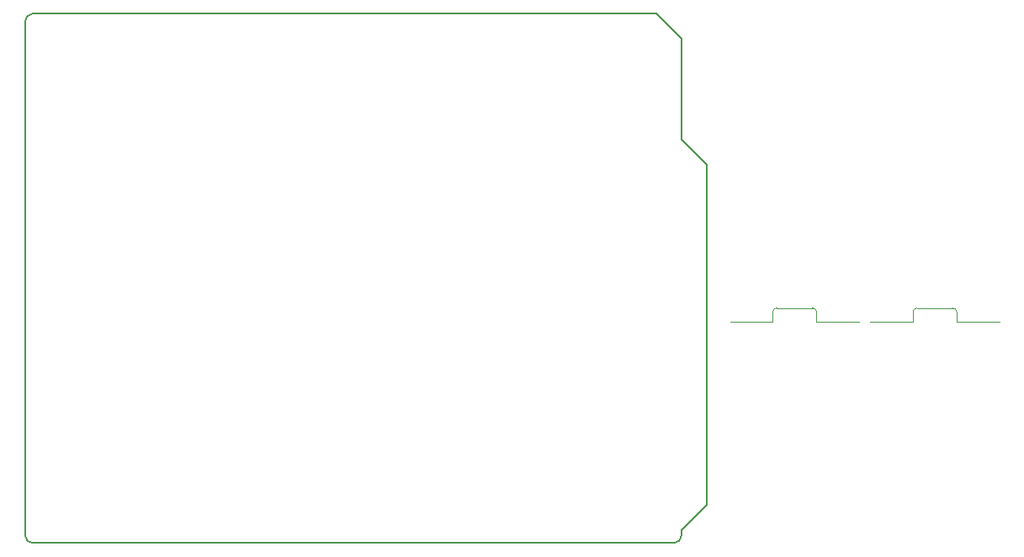
<source format=gbr>
%TF.GenerationSoftware,KiCad,Pcbnew,9.0.7*%
%TF.CreationDate,2026-02-04T13:13:08-07:00*%
%TF.ProjectId,Uno_Shield_DSP_Class_v1,556e6f5f-5368-4696-956c-645f4453505f,rev?*%
%TF.SameCoordinates,Original*%
%TF.FileFunction,Profile,NP*%
%FSLAX46Y46*%
G04 Gerber Fmt 4.6, Leading zero omitted, Abs format (unit mm)*
G04 Created by KiCad (PCBNEW 9.0.7) date 2026-02-04 13:13:08*
%MOMM*%
%LPD*%
G01*
G04 APERTURE LIST*
%TA.AperFunction,Profile*%
%ADD10C,0.150000*%
%TD*%
%TA.AperFunction,Profile*%
%ADD11C,0.120000*%
%TD*%
G04 APERTURE END LIST*
D10*
X166040000Y-59360000D02*
X168580000Y-61900000D01*
X100000000Y-99238000D02*
X100000000Y-47422000D01*
X168580000Y-61900000D02*
X168580000Y-96190000D01*
X165278000Y-100000000D02*
X100762000Y-100000000D01*
X100762000Y-46660000D02*
X163500000Y-46660000D01*
X100762000Y-100000000D02*
G75*
G02*
X100000000Y-99238000I0J762000D01*
G01*
X168580000Y-96190000D02*
X166040000Y-98730000D01*
X163500000Y-46660000D02*
X166040000Y-49200000D01*
X166040000Y-99238000D02*
G75*
G02*
X165278000Y-100000000I-762000J0D01*
G01*
X166040000Y-49200000D02*
X166040000Y-59360000D01*
X166040000Y-98730000D02*
X166040000Y-99238000D01*
X100000000Y-47422000D02*
G75*
G02*
X100762000Y-46660000I762000J0D01*
G01*
D11*
%TO.C,J11*%
X189350000Y-76720000D02*
X189350000Y-77720000D01*
X189350000Y-77720000D02*
X185050000Y-77720000D01*
X193350000Y-76320000D02*
X189750000Y-76320000D01*
X193750000Y-76720000D02*
X193750000Y-77720000D01*
X193750000Y-77720000D02*
X198050000Y-77720000D01*
X189350000Y-76720000D02*
G75*
G02*
X189750000Y-76320000I400002J-2D01*
G01*
X193350000Y-76320000D02*
G75*
G02*
X193750000Y-76720000I0J-400000D01*
G01*
%TO.C,J10*%
X175230000Y-76720000D02*
X175230000Y-77720000D01*
X175230000Y-77720000D02*
X170930000Y-77720000D01*
X179230000Y-76320000D02*
X175630000Y-76320000D01*
X179630000Y-76720000D02*
X179630000Y-77720000D01*
X179630000Y-77720000D02*
X183930000Y-77720000D01*
X175230000Y-76720000D02*
G75*
G02*
X175630000Y-76320000I400002J-2D01*
G01*
X179230000Y-76320000D02*
G75*
G02*
X179630000Y-76720000I0J-400000D01*
G01*
%TD*%
M02*

</source>
